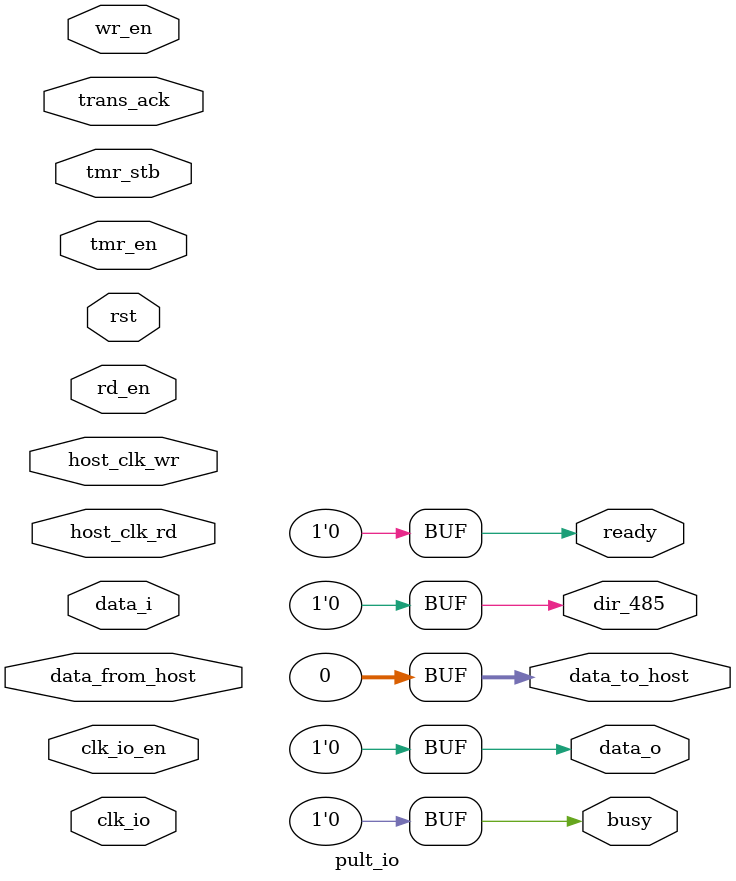
<source format=v>
module pult_io(
   input clk_io_en,tmr_en,tmr_stb,             //add vicg
   input rst,clk_io,            //ñáðîñ è òàêòîâàÿ äëÿ îáìåíà ñ ïóëüòîì
   input trans_ack,             //êîíòðîëëåð PCI ñîâåðøèë îáìåí ñ êåì-òî

   input data_i,                //ïîñëåäîâàòåëüíûå äàííûå îò ïóëüòà
   output data_o,               //ïîñëåäîâàòåëüíûå äàííûå íà ïóëüò
   output dir_485,              //óïðàâëåíèå 485 ïðèåìî-ïåðåäàò÷èêîì

   input host_clk_wr,           //òàêòîâàÿ îò õîñòà äëÿ çàïèñè
   input wr_en,                 //ðàçðåøåíèå çàïèñè â ïàìÿòü ñâåòîäèîäîâ
   input [31:0] data_from_host, //äàííûå èç õîñòà äëÿ çàïèñè

   input host_clk_rd,           //òàêòîâàÿ îò õîñòà äëÿ ÷òåíèÿ
   input rd_en,                 //ðàçðåøåíèå çàïèñè â ïàìÿòü ñâåòîäèîäîâ
   output [31:0] data_to_host,  //äàííûå â õîñò

   output busy,ready           //ñîñòîÿíèå îáìåíà ñ ïóëüòîì

);

assign data_o = 0;
assign dir_485 = 0;
assign data_to_host = 0;

assign busy = 0;
assign ready = 0;

endmodule

</source>
